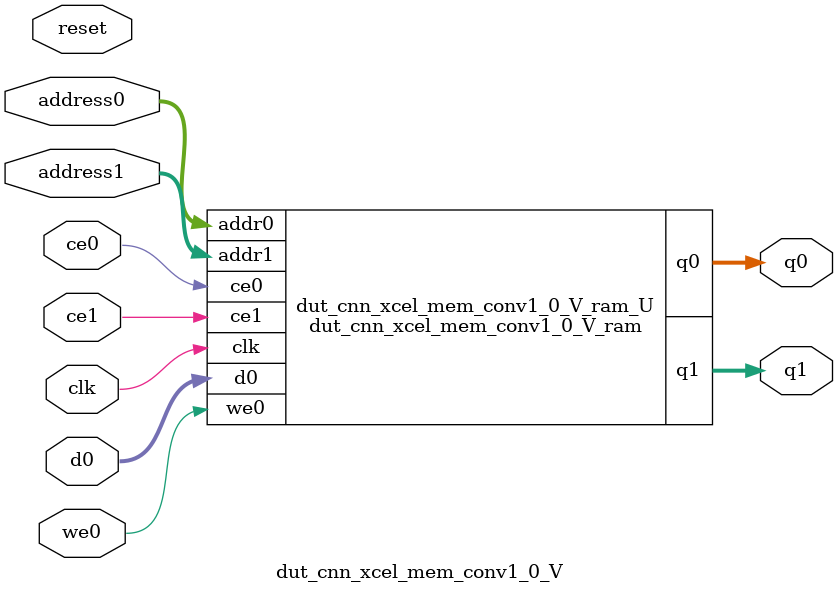
<source format=v>

`timescale 1 ns / 1 ps
module dut_cnn_xcel_mem_conv1_0_V_ram (addr0, ce0, d0, we0, q0, addr1, ce1, q1,  clk);

parameter DWIDTH = 32;
parameter AWIDTH = 9;
parameter MEM_SIZE = 400;

input[AWIDTH-1:0] addr0;
input ce0;
input[DWIDTH-1:0] d0;
input we0;
output reg[DWIDTH-1:0] q0;
input[AWIDTH-1:0] addr1;
input ce1;
output reg[DWIDTH-1:0] q1;
input clk;

(* ram_style = "block" *)reg [DWIDTH-1:0] ram[MEM_SIZE-1:0];




always @(posedge clk)  
begin 
    if (ce0) 
    begin
        if (we0) 
        begin 
            ram[addr0] <= d0; 
            q0 <= d0;
        end 
        else 
            q0 <= ram[addr0];
    end
end


always @(posedge clk)  
begin 
    if (ce1) 
    begin
            q1 <= ram[addr1];
    end
end


endmodule


`timescale 1 ns / 1 ps
module dut_cnn_xcel_mem_conv1_0_V(
    reset,
    clk,
    address0,
    ce0,
    we0,
    d0,
    q0,
    address1,
    ce1,
    q1);

parameter DataWidth = 32'd32;
parameter AddressRange = 32'd400;
parameter AddressWidth = 32'd9;
input reset;
input clk;
input[AddressWidth - 1:0] address0;
input ce0;
input we0;
input[DataWidth - 1:0] d0;
output[DataWidth - 1:0] q0;
input[AddressWidth - 1:0] address1;
input ce1;
output[DataWidth - 1:0] q1;



dut_cnn_xcel_mem_conv1_0_V_ram dut_cnn_xcel_mem_conv1_0_V_ram_U(
    .clk( clk ),
    .addr0( address0 ),
    .ce0( ce0 ),
    .d0( d0 ),
    .we0( we0 ),
    .q0( q0 ),
    .addr1( address1 ),
    .ce1( ce1 ),
    .q1( q1 ));

endmodule


</source>
